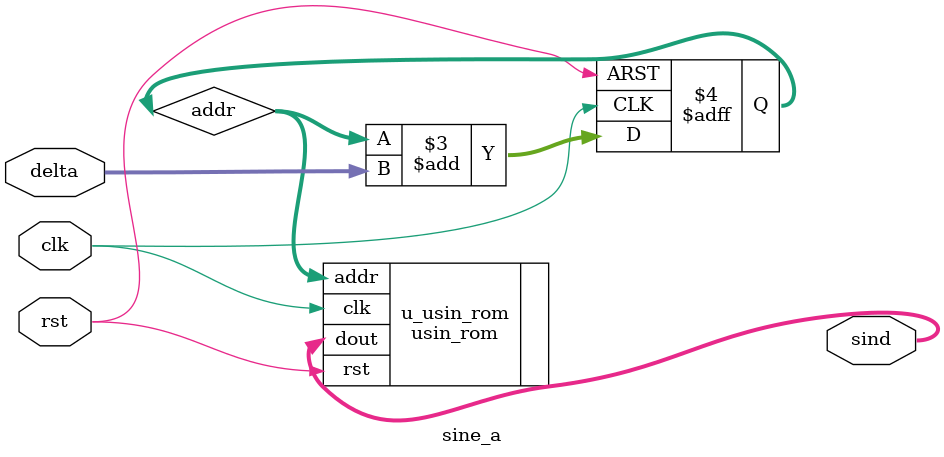
<source format=v>
module sine_a
(
	input			rst		,
	input			clk		,
	input	[11:0]	delta	,

	output	[11:0]	sind
);

	reg 	[11:0]	addr;

	//calculate addr
	always@(posedge clk, negedge rst)
	begin
		if (!rst)
			addr <= 12'b0;
		else
			addr <= addr + delta;
	end

	//unsigned sine wave pattern ROM instant
	usin_rom u_usin_rom
	(
		//input
		.rst(rst)			,
		.clk(clk)			,
		.addr(addr)			,
		
		//output
		.dout(sind)
	);

endmodule
</source>
